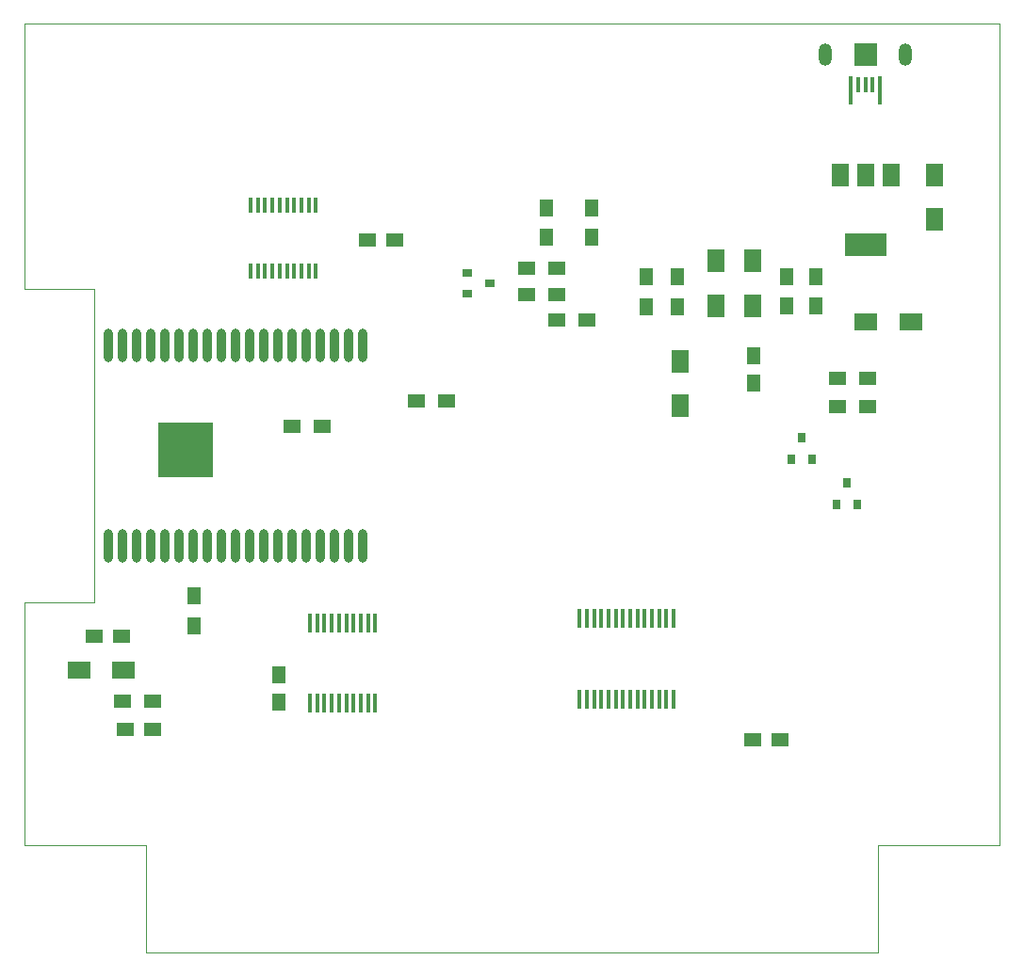
<source format=gbr>
G04 #@! TF.GenerationSoftware,KiCad,Pcbnew,(5.1.5)-3*
G04 #@! TF.CreationDate,2021-08-25T17:47:22+12:00*
G04 #@! TF.ProjectId,PocketTRS,506f636b-6574-4545-9253-2e6b69636164,rev?*
G04 #@! TF.SameCoordinates,Original*
G04 #@! TF.FileFunction,Paste,Top*
G04 #@! TF.FilePolarity,Positive*
%FSLAX46Y46*%
G04 Gerber Fmt 4.6, Leading zero omitted, Abs format (unit mm)*
G04 Created by KiCad (PCBNEW (5.1.5)-3) date 2021-08-25 17:47:22*
%MOMM*%
%LPD*%
G04 APERTURE LIST*
%ADD10C,0.050000*%
%ADD11O,0.900000X3.000000*%
%ADD12R,5.000000X5.000000*%
%ADD13R,1.500000X2.000000*%
%ADD14R,3.800000X2.000000*%
%ADD15R,1.250000X1.500000*%
%ADD16R,1.600000X2.000000*%
%ADD17R,2.000000X1.600000*%
%ADD18R,1.500000X1.250000*%
%ADD19R,1.300000X1.500000*%
%ADD20R,1.500000X1.300000*%
%ADD21R,0.450000X1.750000*%
%ADD22R,0.450000X1.450000*%
%ADD23R,0.900000X0.800000*%
%ADD24R,0.800000X0.900000*%
%ADD25O,1.200000X2.000000*%
%ADD26R,2.000000X2.000000*%
%ADD27R,0.400000X2.500000*%
%ADD28R,0.400000X1.350000*%
G04 APERTURE END LIST*
D10*
X175260000Y-135890000D02*
X176022000Y-135890000D01*
X241808000Y-145542000D02*
X241300000Y-145542000D01*
X241808000Y-135890000D02*
X252730000Y-135890000D01*
X241808000Y-145542000D02*
X241808000Y-135890000D01*
X176022000Y-145542000D02*
X241300000Y-145542000D01*
X176022000Y-135890000D02*
X176022000Y-145542000D01*
X165100000Y-135890000D02*
X175260000Y-135890000D01*
X165100000Y-135890000D02*
X165100000Y-114046000D01*
X165100000Y-64770000D02*
X165100000Y-85852000D01*
X171323000Y-85852000D02*
X171323000Y-90805000D01*
X171323000Y-85852000D02*
X165100000Y-85852000D01*
X171323000Y-114046000D02*
X171323000Y-90805000D01*
X165100000Y-114046000D02*
X171323000Y-114046000D01*
X252730000Y-64770000D02*
X252730000Y-61976000D01*
X165100000Y-61976000D02*
X165100000Y-64770000D01*
X252730000Y-64770000D02*
X252730000Y-135890000D01*
X165100000Y-61976000D02*
X252730000Y-61976000D01*
D11*
X172614000Y-90919000D03*
X173884000Y-90919000D03*
X175154000Y-90919000D03*
X176424000Y-90919000D03*
X177694000Y-90919000D03*
X178964000Y-90919000D03*
X180234000Y-90919000D03*
X181504000Y-90919000D03*
X182774000Y-90919000D03*
X184044000Y-90919000D03*
X185314000Y-90919000D03*
X186584000Y-90919000D03*
X187854000Y-90919000D03*
X189124000Y-90919000D03*
X190424000Y-90949000D03*
X191694000Y-90949000D03*
X192964000Y-90949000D03*
X194234000Y-90949000D03*
X195504000Y-90949000D03*
X195504000Y-108949000D03*
X194234000Y-108949000D03*
X192964000Y-108949000D03*
X191694000Y-108949000D03*
X190424000Y-108949000D03*
X189124000Y-108949000D03*
X187854000Y-108949000D03*
X186584000Y-108949000D03*
X185314000Y-108949000D03*
X184044000Y-108949000D03*
X182774000Y-108949000D03*
X181504000Y-108949000D03*
X180234000Y-108949000D03*
X178964000Y-108949000D03*
X177694000Y-108949000D03*
X176424000Y-108949000D03*
X175154000Y-108949000D03*
X173884000Y-108949000D03*
X172614000Y-108949000D03*
D12*
X179534000Y-100349000D03*
D13*
X242965000Y-75590000D03*
X238365000Y-75590000D03*
X240665000Y-75590000D03*
D14*
X240665000Y-81890000D03*
D15*
X230632000Y-91841000D03*
X230632000Y-94341000D03*
D16*
X246888000Y-79597000D03*
X246888000Y-75597000D03*
D17*
X244729000Y-88773000D03*
X240729000Y-88773000D03*
D15*
X187960000Y-120543000D03*
X187960000Y-123043000D03*
D18*
X233025000Y-126365000D03*
X230525000Y-126365000D03*
X195874000Y-81407000D03*
X198374000Y-81407000D03*
X171343000Y-117094000D03*
X173843000Y-117094000D03*
X174137000Y-125476000D03*
X176637000Y-125476000D03*
D19*
X211963000Y-78533000D03*
X211963000Y-81233000D03*
X216027000Y-81233000D03*
X216027000Y-78533000D03*
X220980000Y-87456000D03*
X220980000Y-84756000D03*
X223774000Y-87456000D03*
X223774000Y-84756000D03*
X233553000Y-87409000D03*
X233553000Y-84756000D03*
X236220000Y-84709000D03*
X236220000Y-87409000D03*
D20*
X210232000Y-86360000D03*
X212932000Y-86360000D03*
X212932000Y-83947000D03*
X210232000Y-83947000D03*
X200326000Y-95885000D03*
X203026000Y-95885000D03*
X176610000Y-122936000D03*
X173910000Y-122936000D03*
X238172000Y-93853000D03*
X240872000Y-93853000D03*
X238172000Y-96393000D03*
X240872000Y-96393000D03*
D19*
X180340000Y-113458000D03*
X180340000Y-116158000D03*
D21*
X214977000Y-115526000D03*
X215627000Y-115526000D03*
X216277000Y-115526000D03*
X216927000Y-115526000D03*
X217577000Y-115526000D03*
X218227000Y-115526000D03*
X218877000Y-115526000D03*
X219527000Y-115526000D03*
X220177000Y-115526000D03*
X220827000Y-115526000D03*
X221477000Y-115526000D03*
X222127000Y-115526000D03*
X222777000Y-115526000D03*
X223427000Y-115526000D03*
X223427000Y-122726000D03*
X222777000Y-122726000D03*
X222127000Y-122726000D03*
X221477000Y-122726000D03*
X220827000Y-122726000D03*
X220177000Y-122726000D03*
X219527000Y-122726000D03*
X218877000Y-122726000D03*
X218227000Y-122726000D03*
X217577000Y-122726000D03*
X216927000Y-122726000D03*
X216277000Y-122726000D03*
X215627000Y-122726000D03*
X214977000Y-122726000D03*
D22*
X191266000Y-84230000D03*
X190616000Y-84230000D03*
X189966000Y-84230000D03*
X189316000Y-84230000D03*
X188666000Y-84230000D03*
X188016000Y-84230000D03*
X187366000Y-84230000D03*
X186716000Y-84230000D03*
X186066000Y-84230000D03*
X185416000Y-84230000D03*
X185416000Y-78330000D03*
X186066000Y-78330000D03*
X186716000Y-78330000D03*
X187366000Y-78330000D03*
X188016000Y-78330000D03*
X188666000Y-78330000D03*
X189316000Y-78330000D03*
X189966000Y-78330000D03*
X190616000Y-78330000D03*
X191266000Y-78330000D03*
D23*
X206867000Y-85344000D03*
X204867000Y-86294000D03*
X204867000Y-84394000D03*
D24*
X234000000Y-101203000D03*
X235900000Y-101203000D03*
X234950000Y-99203000D03*
X239014000Y-103267000D03*
X239964000Y-105267000D03*
X238064000Y-105267000D03*
D21*
X196600000Y-123107000D03*
X195950000Y-123107000D03*
X195300000Y-123107000D03*
X194650000Y-123107000D03*
X194000000Y-123107000D03*
X193350000Y-123107000D03*
X192700000Y-123107000D03*
X192050000Y-123107000D03*
X191400000Y-123107000D03*
X190750000Y-123107000D03*
X190750000Y-115907000D03*
X191400000Y-115907000D03*
X192050000Y-115907000D03*
X192700000Y-115907000D03*
X193350000Y-115907000D03*
X194000000Y-115907000D03*
X194650000Y-115907000D03*
X195300000Y-115907000D03*
X195950000Y-115907000D03*
X196600000Y-115907000D03*
D17*
X169958000Y-120142000D03*
X173958000Y-120142000D03*
D16*
X227203000Y-83344000D03*
X227203000Y-87344000D03*
X230505000Y-87344000D03*
X230505000Y-83344000D03*
X224028000Y-96361000D03*
X224028000Y-92361000D03*
D25*
X244240000Y-64770000D03*
D26*
X240665000Y-64770000D03*
D25*
X237090000Y-64770000D03*
D27*
X241965000Y-68021200D03*
D28*
X241315000Y-67445000D03*
X240665000Y-67445000D03*
X240015000Y-67445000D03*
D27*
X239365000Y-68021200D03*
D20*
X191850000Y-98171000D03*
X189150000Y-98171000D03*
X215662500Y-88646000D03*
X212962500Y-88646000D03*
M02*

</source>
